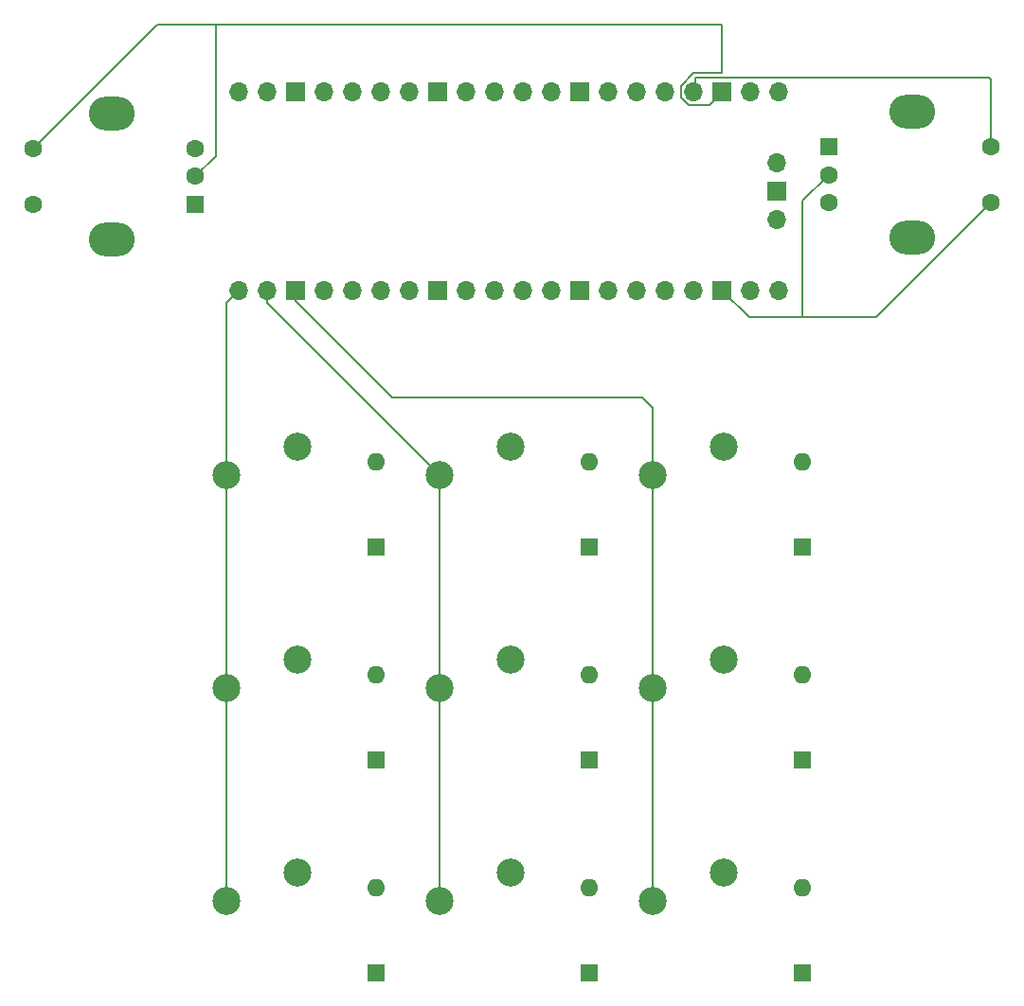
<source format=gbr>
%TF.GenerationSoftware,KiCad,Pcbnew,8.0.5*%
%TF.CreationDate,2024-11-06T13:26:22-05:00*%
%TF.ProjectId,MacroPad,4d616372-6f50-4616-942e-6b696361645f,rev?*%
%TF.SameCoordinates,Original*%
%TF.FileFunction,Copper,L2,Bot*%
%TF.FilePolarity,Positive*%
%FSLAX46Y46*%
G04 Gerber Fmt 4.6, Leading zero omitted, Abs format (unit mm)*
G04 Created by KiCad (PCBNEW 8.0.5) date 2024-11-06 13:26:22*
%MOMM*%
%LPD*%
G01*
G04 APERTURE LIST*
G04 Aperture macros list*
%AMRoundRect*
0 Rectangle with rounded corners*
0 $1 Rounding radius*
0 $2 $3 $4 $5 $6 $7 $8 $9 X,Y pos of 4 corners*
0 Add a 4 corners polygon primitive as box body*
4,1,4,$2,$3,$4,$5,$6,$7,$8,$9,$2,$3,0*
0 Add four circle primitives for the rounded corners*
1,1,$1+$1,$2,$3*
1,1,$1+$1,$4,$5*
1,1,$1+$1,$6,$7*
1,1,$1+$1,$8,$9*
0 Add four rect primitives between the rounded corners*
20,1,$1+$1,$2,$3,$4,$5,0*
20,1,$1+$1,$4,$5,$6,$7,0*
20,1,$1+$1,$6,$7,$8,$9,0*
20,1,$1+$1,$8,$9,$2,$3,0*%
G04 Aperture macros list end*
%TA.AperFunction,ComponentPad*%
%ADD10C,2.500000*%
%TD*%
%TA.AperFunction,ComponentPad*%
%ADD11RoundRect,0.250000X0.550000X0.550000X-0.550000X0.550000X-0.550000X-0.550000X0.550000X-0.550000X0*%
%TD*%
%TA.AperFunction,ComponentPad*%
%ADD12C,1.600000*%
%TD*%
%TA.AperFunction,ComponentPad*%
%ADD13O,4.100000X3.000000*%
%TD*%
%TA.AperFunction,ComponentPad*%
%ADD14O,1.700000X1.700000*%
%TD*%
%TA.AperFunction,ComponentPad*%
%ADD15R,1.700000X1.700000*%
%TD*%
%TA.AperFunction,ComponentPad*%
%ADD16RoundRect,0.250000X-0.550000X-0.550000X0.550000X-0.550000X0.550000X0.550000X-0.550000X0.550000X0*%
%TD*%
%TA.AperFunction,ComponentPad*%
%ADD17R,1.600000X1.600000*%
%TD*%
%TA.AperFunction,ComponentPad*%
%ADD18O,1.600000X1.600000*%
%TD*%
%TA.AperFunction,Conductor*%
%ADD19C,0.200000*%
%TD*%
G04 APERTURE END LIST*
D10*
%TO.P,S7,1,1*%
%TO.N,Column 0*%
X109385000Y-109985000D03*
%TO.P,S7,2,2*%
%TO.N,Net-(D7-A)*%
X115735000Y-107445000D03*
%TD*%
%TO.P,S1,1,1*%
%TO.N,Column 0*%
X109385000Y-71885000D03*
%TO.P,S1,2,2*%
%TO.N,Net-(D1-A)*%
X115735000Y-69345000D03*
%TD*%
%TO.P,S6,1,1*%
%TO.N,Column 2*%
X147485000Y-90935000D03*
%TO.P,S6,2,2*%
%TO.N,Net-(D6-A)*%
X153835000Y-88395000D03*
%TD*%
%TO.P,S5,1,1*%
%TO.N,Column 1*%
X128435000Y-90935000D03*
%TO.P,S5,2,2*%
%TO.N,Net-(D5-A)*%
X134785000Y-88395000D03*
%TD*%
%TO.P,S2,1,1*%
%TO.N,Column 1*%
X128435000Y-71885000D03*
%TO.P,S2,2,2*%
%TO.N,Net-(D2-A)*%
X134785000Y-69345000D03*
%TD*%
D11*
%TO.P,SW2,A,A*%
%TO.N,Encoder_Left_1*%
X106601250Y-47656250D03*
D12*
%TO.P,SW2,B,B*%
%TO.N,Encoder_Left_2*%
X106601250Y-42656250D03*
%TO.P,SW2,C,C*%
%TO.N,GND*%
X106601250Y-45156250D03*
%TO.P,SW2,S1,S1*%
%TO.N,Encoder_Left_3*%
X92101250Y-47656250D03*
%TO.P,SW2,S2,S2*%
%TO.N,GND*%
X92101250Y-42656250D03*
D13*
%TO.P,SW2,SH*%
%TO.N,N/C*%
X99101250Y-50756250D03*
X99101250Y-39556250D03*
%TD*%
D10*
%TO.P,S9,1,1*%
%TO.N,Column 2*%
X147485000Y-109985000D03*
%TO.P,S9,2,2*%
%TO.N,Net-(D9-A)*%
X153835000Y-107445000D03*
%TD*%
%TO.P,S4,1,1*%
%TO.N,Column 0*%
X109385000Y-90935000D03*
%TO.P,S4,2,2*%
%TO.N,Net-(D4-A)*%
X115735000Y-88395000D03*
%TD*%
D14*
%TO.P,U1,1,GPIO0*%
%TO.N,Column 0*%
X110496250Y-55375000D03*
%TO.P,U1,2,GPIO1*%
%TO.N,Column 1*%
X113036250Y-55375000D03*
D15*
%TO.P,U1,3,GND*%
%TO.N,Column 2*%
X115576250Y-55375000D03*
D14*
%TO.P,U1,4,GPIO2*%
%TO.N,Row 0*%
X118116250Y-55375000D03*
%TO.P,U1,5,GPIO3*%
%TO.N,Row 1*%
X120656250Y-55375000D03*
%TO.P,U1,6,GPIO4*%
%TO.N,Row 2*%
X123196250Y-55375000D03*
%TO.P,U1,7,GPIO5*%
%TO.N,Encoder_Left_1*%
X125736250Y-55375000D03*
D15*
%TO.P,U1,8,GND*%
%TO.N,GND*%
X128276250Y-55375000D03*
D14*
%TO.P,U1,9,GPIO6*%
%TO.N,Encoder_Left_2*%
X130816250Y-55375000D03*
%TO.P,U1,10,GPIO7*%
%TO.N,Encoder_Left_3*%
X133356250Y-55375000D03*
%TO.P,U1,11,GPIO8*%
%TO.N,unconnected-(U1-GPIO8-Pad11)*%
X135896250Y-55375000D03*
%TO.P,U1,12,GPIO9*%
%TO.N,unconnected-(U1-GPIO9-Pad12)*%
X138436250Y-55375000D03*
D15*
%TO.P,U1,13,GND*%
%TO.N,unconnected-(U1-GND-Pad13)*%
X140976250Y-55375000D03*
D14*
%TO.P,U1,14,GPIO10*%
%TO.N,unconnected-(U1-GPIO10-Pad14)*%
X143516250Y-55375000D03*
%TO.P,U1,15,GPIO11*%
%TO.N,unconnected-(U1-GPIO11-Pad15)*%
X146056250Y-55375000D03*
%TO.P,U1,16,GPIO12*%
%TO.N,unconnected-(U1-GPIO12-Pad16)*%
X148596250Y-55375000D03*
%TO.P,U1,17,GPIO13*%
%TO.N,unconnected-(U1-GPIO13-Pad17)*%
X151136250Y-55375000D03*
D15*
%TO.P,U1,18,GND*%
%TO.N,unconnected-(U1-GND-Pad18)*%
X153676250Y-55375000D03*
D14*
%TO.P,U1,19,GPIO14*%
%TO.N,unconnected-(U1-GPIO14-Pad19)*%
X156216250Y-55375000D03*
%TO.P,U1,20,GPIO15*%
%TO.N,unconnected-(U1-GPIO15-Pad20)*%
X158756250Y-55375000D03*
%TO.P,U1,21,GPIO16*%
%TO.N,unconnected-(U1-GPIO16-Pad21)*%
X158756250Y-37595000D03*
%TO.P,U1,22,GPIO17*%
%TO.N,unconnected-(U1-GPIO17-Pad22)*%
X156216250Y-37595000D03*
D15*
%TO.P,U1,23,GND*%
%TO.N,GND*%
X153676250Y-37595000D03*
D14*
%TO.P,U1,24,GPIO18*%
%TO.N,Encoder_Right_3*%
X151136250Y-37595000D03*
%TO.P,U1,25,GPIO19*%
%TO.N,Encoder_Right_2*%
X148596250Y-37595000D03*
%TO.P,U1,26,GPIO20*%
%TO.N,Encoder_Right_1*%
X146056250Y-37595000D03*
%TO.P,U1,27,GPIO21*%
%TO.N,unconnected-(U1-GPIO21-Pad27)*%
X143516250Y-37595000D03*
D15*
%TO.P,U1,28,GND*%
%TO.N,unconnected-(U1-GND-Pad28)*%
X140976250Y-37595000D03*
D14*
%TO.P,U1,29,GPIO22*%
%TO.N,unconnected-(U1-GPIO22-Pad29)*%
X138436250Y-37595000D03*
%TO.P,U1,30,RUN*%
%TO.N,unconnected-(U1-RUN-Pad30)*%
X135896250Y-37595000D03*
%TO.P,U1,31,GPIO26_ADC0*%
%TO.N,unconnected-(U1-GPIO26_ADC0-Pad31)*%
X133356250Y-37595000D03*
%TO.P,U1,32,GPIO27_ADC1*%
%TO.N,unconnected-(U1-GPIO27_ADC1-Pad32)*%
X130816250Y-37595000D03*
D15*
%TO.P,U1,33,AGND*%
%TO.N,unconnected-(U1-AGND-Pad33)*%
X128276250Y-37595000D03*
D14*
%TO.P,U1,34,GPIO28_ADC2*%
%TO.N,unconnected-(U1-GPIO28_ADC2-Pad34)*%
X125736250Y-37595000D03*
%TO.P,U1,35,ADC_VREF*%
%TO.N,unconnected-(U1-ADC_VREF-Pad35)*%
X123196250Y-37595000D03*
%TO.P,U1,36,3V3*%
%TO.N,unconnected-(U1-3V3-Pad36)*%
X120656250Y-37595000D03*
%TO.P,U1,37,3V3_EN*%
%TO.N,unconnected-(U1-3V3_EN-Pad37)*%
X118116250Y-37595000D03*
D15*
%TO.P,U1,38,GND*%
%TO.N,unconnected-(U1-GND-Pad38)*%
X115576250Y-37595000D03*
D14*
%TO.P,U1,39,VSYS*%
%TO.N,unconnected-(U1-VSYS-Pad39)*%
X113036250Y-37595000D03*
%TO.P,U1,40,VBUS*%
%TO.N,unconnected-(U1-VBUS-Pad40)*%
X110496250Y-37595000D03*
%TO.P,U1,41,SWCLK*%
%TO.N,unconnected-(U1-SWCLK-Pad41)*%
X158526250Y-49025000D03*
D15*
%TO.P,U1,42,GND*%
%TO.N,unconnected-(U1-GND-Pad42)*%
X158526250Y-46485000D03*
D14*
%TO.P,U1,43,SWDIO*%
%TO.N,unconnected-(U1-SWDIO-Pad43)*%
X158526250Y-43945000D03*
%TD*%
D10*
%TO.P,S3,1,1*%
%TO.N,Column 2*%
X147485000Y-71885000D03*
%TO.P,S3,2,2*%
%TO.N,Net-(D3-A)*%
X153835000Y-69345000D03*
%TD*%
%TO.P,S8,1,1*%
%TO.N,Column 1*%
X128435000Y-109985000D03*
%TO.P,S8,2,2*%
%TO.N,Net-(D8-A)*%
X134785000Y-107445000D03*
%TD*%
D16*
%TO.P,SW1,A,A*%
%TO.N,Encoder_Right_1*%
X163178750Y-42506250D03*
D12*
%TO.P,SW1,B,B*%
%TO.N,Encoder_Right_2*%
X163178750Y-47506250D03*
%TO.P,SW1,C,C*%
%TO.N,GND*%
X163178750Y-45006250D03*
%TO.P,SW1,S1,S1*%
%TO.N,Encoder_Right_3*%
X177678750Y-42506250D03*
%TO.P,SW1,S2,S2*%
%TO.N,GND*%
X177678750Y-47506250D03*
D13*
%TO.P,SW1,SH*%
%TO.N,N/C*%
X170678750Y-39406250D03*
X170678750Y-50606250D03*
%TD*%
D17*
%TO.P,D1,1,K*%
%TO.N,Row 0*%
X122720000Y-78332500D03*
D18*
%TO.P,D1,2,A*%
%TO.N,Net-(D1-A)*%
X122720000Y-70712500D03*
%TD*%
D17*
%TO.P,D4,1,K*%
%TO.N,Row 1*%
X122720000Y-97382500D03*
D18*
%TO.P,D4,2,A*%
%TO.N,Net-(D4-A)*%
X122720000Y-89762500D03*
%TD*%
D17*
%TO.P,D3,1,K*%
%TO.N,Row 0*%
X160820000Y-78332500D03*
D18*
%TO.P,D3,2,A*%
%TO.N,Net-(D3-A)*%
X160820000Y-70712500D03*
%TD*%
D17*
%TO.P,D2,1,K*%
%TO.N,Row 0*%
X141770000Y-78332500D03*
D18*
%TO.P,D2,2,A*%
%TO.N,Net-(D2-A)*%
X141770000Y-70712500D03*
%TD*%
D17*
%TO.P,D6,1,K*%
%TO.N,Row 1*%
X160820000Y-97382500D03*
D18*
%TO.P,D6,2,A*%
%TO.N,Net-(D6-A)*%
X160820000Y-89762500D03*
%TD*%
D17*
%TO.P,D9,1,K*%
%TO.N,Row 2*%
X160820000Y-116432500D03*
D18*
%TO.P,D9,2,A*%
%TO.N,Net-(D9-A)*%
X160820000Y-108812500D03*
%TD*%
D17*
%TO.P,D8,1,K*%
%TO.N,Row 2*%
X141770000Y-116432500D03*
D18*
%TO.P,D8,2,A*%
%TO.N,Net-(D8-A)*%
X141770000Y-108812500D03*
%TD*%
D17*
%TO.P,D5,1,K*%
%TO.N,Row 1*%
X141770000Y-97382500D03*
D18*
%TO.P,D5,2,A*%
%TO.N,Net-(D5-A)*%
X141770000Y-89762500D03*
%TD*%
D17*
%TO.P,D7,1,K*%
%TO.N,Row 2*%
X122720000Y-116432500D03*
D18*
%TO.P,D7,2,A*%
%TO.N,Net-(D7-A)*%
X122720000Y-108812500D03*
%TD*%
D19*
%TO.N,Column 0*%
X109385000Y-71885000D02*
X109385000Y-56486250D01*
X109385000Y-56486250D02*
X110496250Y-55375000D01*
X109385000Y-71885000D02*
X109385000Y-109985000D01*
%TO.N,Column 1*%
X128435000Y-71885000D02*
X128435000Y-109985000D01*
X128435000Y-71885000D02*
X113036250Y-56486250D01*
X113036250Y-56486250D02*
X113036250Y-55375000D01*
%TO.N,Column 2*%
X147485000Y-71885000D02*
X147485000Y-109985000D01*
X147485000Y-71885000D02*
X147485000Y-65852500D01*
X124187596Y-64900000D02*
X115576250Y-56288654D01*
X146532500Y-64900000D02*
X124187596Y-64900000D01*
X147485000Y-65852500D02*
X146532500Y-64900000D01*
X115576250Y-56288654D02*
X115576250Y-55375000D01*
%TO.N,GND*%
X92101250Y-42656250D02*
X103195000Y-31562500D01*
X150659904Y-38745000D02*
X152526250Y-38745000D01*
X149986250Y-37068065D02*
X149986250Y-38071346D01*
X160820000Y-57756250D02*
X156057500Y-57756250D01*
X163178750Y-45006250D02*
X160820000Y-47365000D01*
X177678750Y-47506250D02*
X167428750Y-57756250D01*
X149986250Y-38071346D02*
X150659904Y-38745000D01*
X151129315Y-35925000D02*
X149986250Y-37068065D01*
X153676250Y-31562500D02*
X153676250Y-35925000D01*
X160820000Y-47365000D02*
X160820000Y-57756250D01*
X152526250Y-38745000D02*
X153676250Y-37595000D01*
X167428750Y-57756250D02*
X160820000Y-57756250D01*
X108432500Y-43325000D02*
X108432500Y-31562500D01*
X106601250Y-45156250D02*
X108432500Y-43325000D01*
X153676250Y-35925000D02*
X151129315Y-35925000D01*
X108432500Y-31562500D02*
X153676250Y-31562500D01*
X156057500Y-57756250D02*
X153676250Y-55375000D01*
X103195000Y-31562500D02*
X108432500Y-31562500D01*
%TO.N,Encoder_Right_3*%
X177678750Y-36515000D02*
X177488750Y-36325000D01*
X177678750Y-42506250D02*
X177678750Y-36515000D01*
X151213750Y-37595000D02*
X151136250Y-37595000D01*
X151295000Y-37513750D02*
X151213750Y-37595000D01*
X177488750Y-36325000D02*
X151295000Y-36325000D01*
X151295000Y-36325000D02*
X151295000Y-37513750D01*
%TD*%
M02*

</source>
